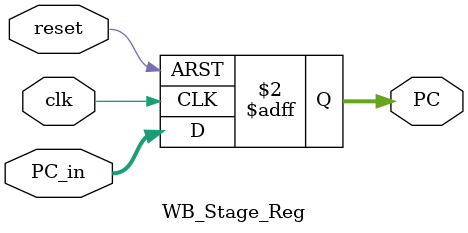
<source format=sv>
`timescale 1ns/1ns
module WB_Stage_Reg(input clk,reset,
                input [31:0] PC_in,
                output reg [31:0] PC);
                
  always@(posedge clk,posedge reset)
    begin
      if(reset)
        begin
          PC <= 32'b0;
        end
      else
        begin
          PC <= PC_in;
        end
    end
                
endmodule
</source>
